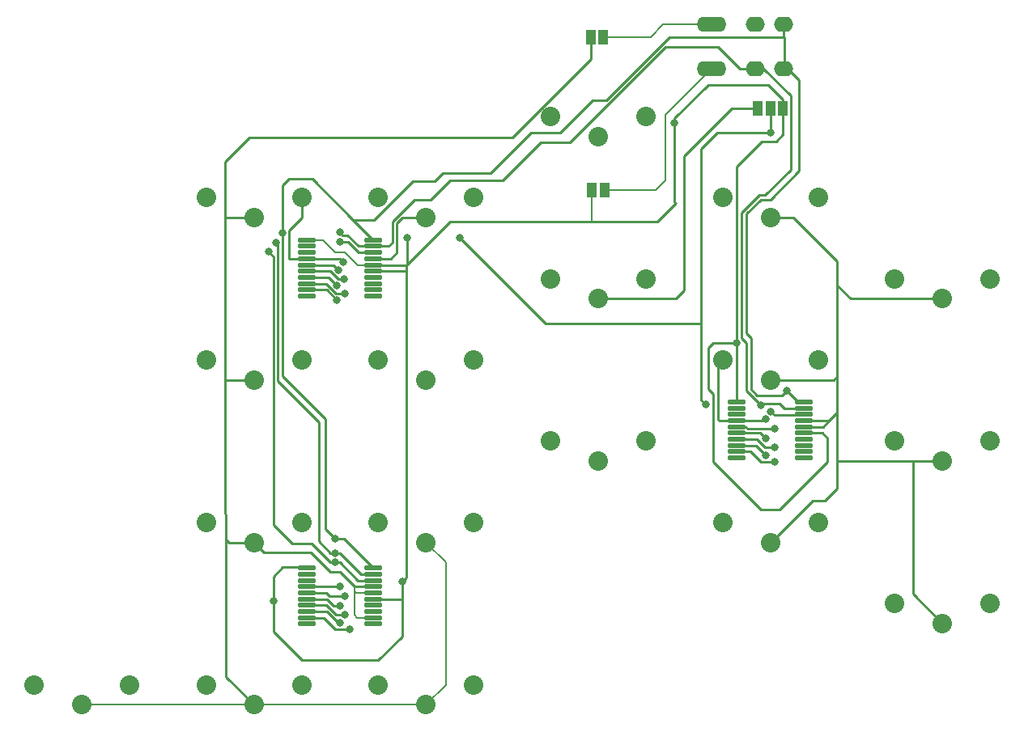
<source format=gbr>
%TF.GenerationSoftware,KiCad,Pcbnew,(6.0.4)*%
%TF.CreationDate,2022-11-15T19:41:09+00:00*%
%TF.ProjectId,pcb_v2,7063625f-7632-42e6-9b69-6361645f7063,rev?*%
%TF.SameCoordinates,Original*%
%TF.FileFunction,Copper,L2,Bot*%
%TF.FilePolarity,Positive*%
%FSLAX46Y46*%
G04 Gerber Fmt 4.6, Leading zero omitted, Abs format (unit mm)*
G04 Created by KiCad (PCBNEW (6.0.4)) date 2022-11-15 19:41:09*
%MOMM*%
%LPD*%
G01*
G04 APERTURE LIST*
G04 Aperture macros list*
%AMRoundRect*
0 Rectangle with rounded corners*
0 $1 Rounding radius*
0 $2 $3 $4 $5 $6 $7 $8 $9 X,Y pos of 4 corners*
0 Add a 4 corners polygon primitive as box body*
4,1,4,$2,$3,$4,$5,$6,$7,$8,$9,$2,$3,0*
0 Add four circle primitives for the rounded corners*
1,1,$1+$1,$2,$3*
1,1,$1+$1,$4,$5*
1,1,$1+$1,$6,$7*
1,1,$1+$1,$8,$9*
0 Add four rect primitives between the rounded corners*
20,1,$1+$1,$2,$3,$4,$5,0*
20,1,$1+$1,$4,$5,$6,$7,0*
20,1,$1+$1,$6,$7,$8,$9,0*
20,1,$1+$1,$8,$9,$2,$3,0*%
G04 Aperture macros list end*
%TA.AperFunction,ComponentPad*%
%ADD10C,2.032000*%
%TD*%
%TA.AperFunction,ComponentPad*%
%ADD11O,1.400000X1.000000*%
%TD*%
%TA.AperFunction,ComponentPad*%
%ADD12O,2.000000X1.600000*%
%TD*%
%TA.AperFunction,ComponentPad*%
%ADD13O,3.100000X1.600000*%
%TD*%
%TA.AperFunction,ComponentPad*%
%ADD14O,2.500000X1.000000*%
%TD*%
%TA.AperFunction,SMDPad,CuDef*%
%ADD15R,1.000000X1.500000*%
%TD*%
%TA.AperFunction,SMDPad,CuDef*%
%ADD16RoundRect,0.125000X0.825000X0.125000X-0.825000X0.125000X-0.825000X-0.125000X0.825000X-0.125000X0*%
%TD*%
%TA.AperFunction,ViaPad*%
%ADD17C,0.800000*%
%TD*%
%TA.AperFunction,Conductor*%
%ADD18C,0.250000*%
%TD*%
%TA.AperFunction,Conductor*%
%ADD19C,0.200000*%
%TD*%
G04 APERTURE END LIST*
D10*
%TO.P,KEY_B_4,1,A*%
%TO.N,Earth*%
X77000000Y-84400000D03*
%TO.P,KEY_B_4,2,B*%
%TO.N,Net-(KEY_B_4-Pad2)*%
X72000000Y-82300000D03*
X82000000Y-82300000D03*
%TD*%
%TO.P,KEY_B_2,1,A*%
%TO.N,Earth*%
X95000000Y-92900000D03*
%TO.P,KEY_B_2,2,B*%
%TO.N,Net-(KEY_B_2-Pad2)*%
X90000000Y-90800000D03*
X100000000Y-90800000D03*
%TD*%
%TO.P,KEY_C_1,1,A*%
%TO.N,Earth*%
X131000000Y-126900000D03*
%TO.P,KEY_C_1,2,B*%
%TO.N,Net-(KEY_C_1-Pad2)*%
X126000000Y-124800000D03*
X136000000Y-124800000D03*
%TD*%
%TO.P,KEY_A_0,1,A*%
%TO.N,Earth*%
X77000000Y-135400000D03*
%TO.P,KEY_A_0,2,B*%
%TO.N,Net-(KEY_A_0-Pad2)*%
X72000000Y-133300000D03*
X82000000Y-133300000D03*
%TD*%
%TO.P,KEY_C_3,1,A*%
%TO.N,Earth*%
X131000000Y-92900000D03*
%TO.P,KEY_C_3,2,B*%
%TO.N,Net-(KEY_C_3-Pad2)*%
X136000000Y-90800000D03*
X126000000Y-90800000D03*
%TD*%
%TO.P,KEY_C_0,1,A*%
%TO.N,Earth*%
X113000000Y-118400000D03*
%TO.P,KEY_C_0,2,B*%
%TO.N,Net-(KEY_C_0-Pad2)*%
X108000000Y-116300000D03*
X118000000Y-116300000D03*
%TD*%
%TO.P,KEY_C_2,1,A*%
%TO.N,Earth*%
X131000000Y-109900000D03*
%TO.P,KEY_C_2,2,B*%
%TO.N,Net-(KEY_C_2-Pad2)*%
X126000000Y-107800000D03*
X136000000Y-107800000D03*
%TD*%
%TO.P,KEY_A_5,1,A*%
%TO.N,Earth*%
X59000000Y-101400000D03*
%TO.P,KEY_A_5,2,B*%
%TO.N,Net-(KEY_A_5-Pad2)*%
X64000000Y-99300000D03*
X54000000Y-99300000D03*
%TD*%
%TO.P,KEY_B_1,1,A*%
%TO.N,Earth*%
X95000000Y-109900000D03*
%TO.P,KEY_B_1,2,B*%
%TO.N,Net-(KEY_B_1-Pad2)*%
X90000000Y-107800000D03*
X100000000Y-107800000D03*
%TD*%
%TO.P,KEY_C_5,1,A*%
%TO.N,Earth*%
X113000000Y-101400000D03*
%TO.P,KEY_C_5,2,B*%
%TO.N,Net-(KEY_C_5-Pad2)*%
X108000000Y-99300000D03*
X118000000Y-99300000D03*
%TD*%
D11*
%TO.P,JACK1,R1*%
%TO.N,SDA*%
X111412500Y-68800000D03*
D12*
X111412500Y-68800000D03*
X111412500Y-64200000D03*
D11*
%TO.P,JACK1,R2*%
%TO.N,SCL*%
X114412500Y-68800000D03*
D12*
X114412500Y-68800000D03*
X114412500Y-64200000D03*
D13*
%TO.P,JACK1,S*%
%TO.N,Net-(JACK1-PadS)*%
X106862500Y-64200000D03*
D14*
X106862500Y-64200000D03*
D13*
%TO.P,JACK1,T*%
%TO.N,Net-(JACK1-PadT)*%
X106862500Y-68800000D03*
D14*
X106862500Y-68800000D03*
%TD*%
D10*
%TO.P,KEY_B_0,1,A*%
%TO.N,Earth*%
X77000000Y-101400000D03*
%TO.P,KEY_B_0,2,B*%
%TO.N,Net-(KEY_B_0-Pad2)*%
X72000000Y-99300000D03*
X82000000Y-99300000D03*
%TD*%
%TO.P,KEY_A_3,1,A*%
%TO.N,Earth*%
X77000000Y-118400000D03*
%TO.P,KEY_A_3,2,B*%
%TO.N,Net-(KEY_A_3-Pad2)*%
X82000000Y-116300000D03*
X72000000Y-116300000D03*
%TD*%
%TO.P,KEY_A_1,1,A*%
%TO.N,Earth*%
X59000000Y-135400000D03*
%TO.P,KEY_A_1,2,B*%
%TO.N,Net-(KEY_A_1-Pad2)*%
X54000000Y-133300000D03*
X64000000Y-133300000D03*
%TD*%
%TO.P,KEY_A_2,1,A*%
%TO.N,Earth*%
X41000000Y-135400000D03*
%TO.P,KEY_A_2,2,B*%
%TO.N,Net-(KEY_A_2-Pad2)*%
X36000000Y-133300000D03*
X46000000Y-133300000D03*
%TD*%
%TO.P,KEY_B_5,1,A*%
%TO.N,Earth*%
X59000000Y-84400000D03*
%TO.P,KEY_B_5,2,B*%
%TO.N,Net-(KEY_B_5-Pad2)*%
X64000000Y-82300000D03*
X54000000Y-82300000D03*
%TD*%
%TO.P,KEY_B_3,1,A*%
%TO.N,Earth*%
X95000000Y-75900000D03*
%TO.P,KEY_B_3,2,B*%
%TO.N,Net-(KEY_B_3-Pad2)*%
X100000000Y-73800000D03*
X90000000Y-73800000D03*
%TD*%
%TO.P,KEY_C_4,1,A*%
%TO.N,Earth*%
X113000000Y-84400000D03*
%TO.P,KEY_C_4,2,B*%
%TO.N,Net-(KEY_C_4-Pad2)*%
X108000000Y-82300000D03*
X118000000Y-82300000D03*
%TD*%
%TO.P,KEY_A_4,1,A*%
%TO.N,Earth*%
X59000000Y-118400000D03*
%TO.P,KEY_A_4,2,B*%
%TO.N,Net-(KEY_A_4-Pad2)*%
X54000000Y-116300000D03*
X64000000Y-116300000D03*
%TD*%
D15*
%TO.P,JP_5V_BACK1,1,A*%
%TO.N,Net-(JACK1-PadT)*%
X95650000Y-81500000D03*
%TO.P,JP_5V_BACK1,2,B*%
%TO.N,+3V3*%
X94350000Y-81500000D03*
%TD*%
%TO.P,JP_SELECT2,1,A*%
%TO.N,+3V3*%
X114303179Y-73002740D03*
%TO.P,JP_SELECT2,2,C*%
%TO.N,SEL*%
X113003179Y-73002740D03*
%TO.P,JP_SELECT2,3,B*%
%TO.N,Earth*%
X111703179Y-73002740D03*
%TD*%
D16*
%TO.P,MCP_C_REV1,1,SCL*%
%TO.N,SCL*%
X116500000Y-103700000D03*
%TO.P,MCP_C_REV1,2,SDA*%
%TO.N,SDA*%
X116500000Y-104350000D03*
%TO.P,MCP_C_REV1,3,A2*%
%TO.N,SEL*%
X116500000Y-105000000D03*
%TO.P,MCP_C_REV1,4,A1*%
%TO.N,Earth*%
X116500000Y-105650000D03*
%TO.P,MCP_C_REV1,5,A0*%
X116500000Y-106300000D03*
%TO.P,MCP_C_REV1,6,~{RESET}*%
%TO.N,+3V3*%
X116500000Y-106950000D03*
%TO.P,MCP_C_REV1,7,NC*%
%TO.N,unconnected-(MCP_C_REV1-Pad7)*%
X116500000Y-107600000D03*
%TO.P,MCP_C_REV1,8,INT*%
%TO.N,unconnected-(MCP_C_REV1-Pad8)*%
X116500000Y-108250000D03*
%TO.P,MCP_C_REV1,9,VSS*%
%TO.N,unconnected-(MCP_C_REV1-Pad9)*%
X116500000Y-108900000D03*
%TO.P,MCP_C_REV1,10,NC*%
%TO.N,unconnected-(MCP_C_REV1-Pad10)*%
X116500000Y-109550000D03*
%TO.P,MCP_C_REV1,11,NC*%
%TO.N,unconnected-(MCP_C_REV1-Pad11)*%
X109500000Y-109550000D03*
%TO.P,MCP_C_REV1,12,GP0*%
%TO.N,Net-(KEY_C_0-Pad2)*%
X109500000Y-108900000D03*
%TO.P,MCP_C_REV1,13,GP1*%
%TO.N,Net-(KEY_C_1-Pad2)*%
X109500000Y-108250000D03*
%TO.P,MCP_C_REV1,14,GP2*%
%TO.N,Net-(KEY_C_2-Pad2)*%
X109500000Y-107600000D03*
%TO.P,MCP_C_REV1,15,GP3*%
%TO.N,Net-(KEY_C_3-Pad2)*%
X109500000Y-106950000D03*
%TO.P,MCP_C_REV1,16,GP4*%
%TO.N,Net-(KEY_C_4-Pad2)*%
X109500000Y-106300000D03*
%TO.P,MCP_C_REV1,17,GP5*%
%TO.N,Net-(KEY_C_5-Pad2)*%
X109500000Y-105650000D03*
%TO.P,MCP_C_REV1,18,GP6*%
%TO.N,unconnected-(MCP_C_REV1-Pad18)*%
X109500000Y-105000000D03*
%TO.P,MCP_C_REV1,19,GP7*%
%TO.N,unconnected-(MCP_C_REV1-Pad19)*%
X109500000Y-104350000D03*
%TO.P,MCP_C_REV1,20,VDD*%
%TO.N,+3V3*%
X109500000Y-103700000D03*
%TD*%
%TO.P,MCP_A_REV1,1,SCL*%
%TO.N,SCL*%
X71500000Y-121075000D03*
%TO.P,MCP_A_REV1,2,SDA*%
%TO.N,SDA*%
X71500000Y-121725000D03*
%TO.P,MCP_A_REV1,3,A2*%
%TO.N,SEL*%
X71500000Y-122375000D03*
%TO.P,MCP_A_REV1,4,A1*%
%TO.N,Earth*%
X71500000Y-123025000D03*
%TO.P,MCP_A_REV1,5,A0*%
X71500000Y-123675000D03*
%TO.P,MCP_A_REV1,6,~{RESET}*%
%TO.N,+3V3*%
X71500000Y-124325000D03*
%TO.P,MCP_A_REV1,7,NC*%
%TO.N,unconnected-(MCP_A_REV1-Pad7)*%
X71500000Y-124975000D03*
%TO.P,MCP_A_REV1,8,INT*%
%TO.N,unconnected-(MCP_A_REV1-Pad8)*%
X71500000Y-125625000D03*
%TO.P,MCP_A_REV1,9,VSS*%
%TO.N,Earth*%
X71500000Y-126275000D03*
%TO.P,MCP_A_REV1,10,NC*%
%TO.N,unconnected-(MCP_A_REV1-Pad10)*%
X71500000Y-126925000D03*
%TO.P,MCP_A_REV1,11,NC*%
%TO.N,unconnected-(MCP_A_REV1-Pad11)*%
X64500000Y-126925000D03*
%TO.P,MCP_A_REV1,12,GP0*%
%TO.N,Net-(KEY_A_0-Pad2)*%
X64500000Y-126275000D03*
%TO.P,MCP_A_REV1,13,GP1*%
%TO.N,Net-(KEY_A_1-Pad2)*%
X64500000Y-125625000D03*
%TO.P,MCP_A_REV1,14,GP2*%
%TO.N,Net-(KEY_A_2-Pad2)*%
X64500000Y-124975000D03*
%TO.P,MCP_A_REV1,15,GP3*%
%TO.N,Net-(KEY_A_3-Pad2)*%
X64500000Y-124325000D03*
%TO.P,MCP_A_REV1,16,GP4*%
%TO.N,Net-(KEY_A_4-Pad2)*%
X64500000Y-123675000D03*
%TO.P,MCP_A_REV1,17,GP5*%
%TO.N,Net-(KEY_A_5-Pad2)*%
X64500000Y-123025000D03*
%TO.P,MCP_A_REV1,18,GP6*%
%TO.N,unconnected-(MCP_A_REV1-Pad18)*%
X64500000Y-122375000D03*
%TO.P,MCP_A_REV1,19,GP7*%
%TO.N,unconnected-(MCP_A_REV1-Pad19)*%
X64500000Y-121725000D03*
%TO.P,MCP_A_REV1,20,VDD*%
%TO.N,+3V3*%
X64500000Y-121075000D03*
%TD*%
D15*
%TO.P,JP_GND_BACK1,1,A*%
%TO.N,Net-(JACK1-PadS)*%
X95500000Y-65500000D03*
%TO.P,JP_GND_BACK1,2,B*%
%TO.N,Earth*%
X94200000Y-65500000D03*
%TD*%
D16*
%TO.P,MCP_B_REV1,1,SCL*%
%TO.N,SCL*%
X71501818Y-86748515D03*
%TO.P,MCP_B_REV1,2,SDA*%
%TO.N,SDA*%
X71501818Y-87398515D03*
%TO.P,MCP_B_REV1,3,A2*%
%TO.N,SEL*%
X71501818Y-88048515D03*
%TO.P,MCP_B_REV1,4,A1*%
%TO.N,Earth*%
X71501818Y-88698515D03*
%TO.P,MCP_B_REV1,5,A0*%
%TO.N,+3V3*%
X71501818Y-89348515D03*
%TO.P,MCP_B_REV1,6,~{RESET}*%
X71501818Y-89998515D03*
%TO.P,MCP_B_REV1,7,NC*%
%TO.N,unconnected-(MCP_B_REV1-Pad7)*%
X71501818Y-90648515D03*
%TO.P,MCP_B_REV1,8,INT*%
%TO.N,unconnected-(MCP_B_REV1-Pad8)*%
X71501818Y-91298515D03*
%TO.P,MCP_B_REV1,9,VSS*%
%TO.N,unconnected-(MCP_B_REV1-Pad9)*%
X71501818Y-91948515D03*
%TO.P,MCP_B_REV1,10,NC*%
%TO.N,unconnected-(MCP_B_REV1-Pad10)*%
X71501818Y-92598515D03*
%TO.P,MCP_B_REV1,11,NC*%
%TO.N,unconnected-(MCP_B_REV1-Pad11)*%
X64501818Y-92598515D03*
%TO.P,MCP_B_REV1,12,GP0*%
%TO.N,Net-(KEY_B_0-Pad2)*%
X64501818Y-91948515D03*
%TO.P,MCP_B_REV1,13,GP1*%
%TO.N,Net-(KEY_B_1-Pad2)*%
X64501818Y-91298515D03*
%TO.P,MCP_B_REV1,14,GP2*%
%TO.N,Net-(KEY_B_2-Pad2)*%
X64501818Y-90648515D03*
%TO.P,MCP_B_REV1,15,GP3*%
%TO.N,Net-(KEY_B_3-Pad2)*%
X64501818Y-89998515D03*
%TO.P,MCP_B_REV1,16,GP4*%
%TO.N,Net-(KEY_B_4-Pad2)*%
X64501818Y-89348515D03*
%TO.P,MCP_B_REV1,17,GP5*%
%TO.N,Net-(KEY_B_5-Pad2)*%
X64501818Y-88698515D03*
%TO.P,MCP_B_REV1,18,GP6*%
%TO.N,unconnected-(MCP_B_REV1-Pad18)*%
X64501818Y-88048515D03*
%TO.P,MCP_B_REV1,19,GP7*%
%TO.N,unconnected-(MCP_B_REV1-Pad19)*%
X64501818Y-87398515D03*
%TO.P,MCP_B_REV1,20,VDD*%
%TO.N,+3V3*%
X64501818Y-86748515D03*
%TD*%
D17*
%TO.N,Net-(KEY_A_0-Pad2)*%
X68995142Y-127500000D03*
%TO.N,Net-(KEY_A_1-Pad2)*%
X68000000Y-126825500D03*
%TO.N,Net-(KEY_A_2-Pad2)*%
X68500000Y-126000000D03*
%TO.N,Net-(KEY_A_3-Pad2)*%
X68000000Y-125000000D03*
%TO.N,Net-(KEY_A_4-Pad2)*%
X68500000Y-124000000D03*
%TO.N,Net-(KEY_A_5-Pad2)*%
X68000000Y-123000000D03*
%TO.N,Net-(KEY_B_0-Pad2)*%
X67674500Y-93000000D03*
%TO.N,Net-(KEY_B_1-Pad2)*%
X68500000Y-92325500D03*
%TO.N,Net-(KEY_B_2-Pad2)*%
X67674500Y-91478273D03*
%TO.N,Net-(KEY_B_3-Pad2)*%
X68403303Y-90803773D03*
%TO.N,Net-(KEY_B_4-Pad2)*%
X67813707Y-89859819D03*
%TO.N,Net-(KEY_B_5-Pad2)*%
X68344618Y-89072616D03*
%TO.N,Net-(KEY_C_0-Pad2)*%
X113500000Y-110000000D03*
%TO.N,Net-(KEY_C_1-Pad2)*%
X112512295Y-109275500D03*
%TO.N,Net-(KEY_C_2-Pad2)*%
X113419842Y-108419842D03*
%TO.N,Net-(KEY_C_3-Pad2)*%
X112512299Y-107487701D03*
%TO.N,Net-(KEY_C_4-Pad2)*%
X113500000Y-106500000D03*
%TO.N,Net-(KEY_C_5-Pad2)*%
X112500000Y-105500000D03*
%TO.N,SCL*%
X114724500Y-102500000D03*
X62000000Y-86000000D03*
X67500000Y-118000000D03*
%TO.N,SDA*%
X112000000Y-104000000D03*
X61325500Y-87000000D03*
X67500000Y-119500000D03*
X68000000Y-85953288D03*
%TO.N,SEL*%
X106224500Y-103987701D03*
X113000000Y-75500000D03*
X113077069Y-104683914D03*
X68000000Y-86952791D03*
X60500000Y-87975500D03*
X67500000Y-120500000D03*
X80500000Y-86500000D03*
%TO.N,+3V3*%
X74987701Y-86512299D03*
X74500000Y-122500000D03*
X61012299Y-124487701D03*
X103000000Y-74500000D03*
X109500000Y-97500000D03*
%TD*%
D18*
%TO.N,Net-(KEY_A_0-Pad2)*%
X68995142Y-127500000D02*
X67500000Y-127500000D01*
X66275000Y-126275000D02*
X64500000Y-126275000D01*
X67500000Y-127500000D02*
X66275000Y-126275000D01*
%TO.N,Earth*%
X119150000Y-105650000D02*
X116500000Y-105650000D01*
X131000000Y-126900000D02*
X127900000Y-123800000D01*
X59000000Y-84400000D02*
X56100000Y-84400000D01*
X119600000Y-101400000D02*
X113000000Y-101400000D01*
X67000000Y-121500000D02*
X64915999Y-119415999D01*
X73301485Y-88698515D02*
X73949520Y-88050480D01*
X56050000Y-115450000D02*
X56050000Y-118050000D01*
X103100000Y-92900000D02*
X95000000Y-92900000D01*
X58545677Y-76000000D02*
X86000000Y-76000000D01*
X71501818Y-88698515D02*
X73301485Y-88698515D01*
X117400000Y-114000000D02*
X113000000Y-118400000D01*
X127900000Y-123800000D02*
X127900000Y-109900000D01*
X94200000Y-67800000D02*
X94200000Y-65500000D01*
X104000000Y-78000000D02*
X104000000Y-92000000D01*
D19*
X69500000Y-126000000D02*
X69500000Y-123500000D01*
D18*
X56000000Y-101500000D02*
X56000000Y-84500000D01*
X111700000Y-73000000D02*
X109000000Y-73000000D01*
X88709489Y-73290511D02*
X88709489Y-73265452D01*
X56000000Y-78545677D02*
X58545677Y-76000000D01*
X69525000Y-123025000D02*
X71500000Y-123025000D01*
D19*
X59000000Y-135400000D02*
X77000000Y-135400000D01*
D18*
X56050000Y-118050000D02*
X56050000Y-132450000D01*
X109000000Y-73000000D02*
X104000000Y-78000000D01*
X64915999Y-119415999D02*
X60015999Y-119415999D01*
X73949520Y-85000480D02*
X74550000Y-84400000D01*
X56100000Y-101400000D02*
X56000000Y-101500000D01*
X86000000Y-76000000D02*
X88709489Y-73290511D01*
X127900000Y-109900000D02*
X130500000Y-109900000D01*
X120000000Y-110000000D02*
X120100000Y-109900000D01*
X104000000Y-92000000D02*
X103100000Y-92900000D01*
X56000000Y-115400000D02*
X56050000Y-115450000D01*
X120000000Y-91500000D02*
X120000000Y-89000000D01*
X56050000Y-132450000D02*
X59000000Y-135400000D01*
D19*
X77000000Y-135400000D02*
X79064021Y-133335979D01*
D18*
X60015999Y-119415999D02*
X59000000Y-118400000D01*
D19*
X79064021Y-120464021D02*
X77000000Y-118400000D01*
D18*
X56100000Y-84400000D02*
X56000000Y-84500000D01*
X59000000Y-101400000D02*
X56100000Y-101400000D01*
D19*
X69775000Y-126275000D02*
X69500000Y-126000000D01*
D18*
X115400000Y-84400000D02*
X113000000Y-84400000D01*
X89465452Y-72509489D02*
X89490511Y-72509489D01*
X118733008Y-114000000D02*
X117400000Y-114000000D01*
X118500000Y-106300000D02*
X119150000Y-105650000D01*
D19*
X41000000Y-135400000D02*
X59000000Y-135400000D01*
D18*
X120000000Y-89000000D02*
X115400000Y-84400000D01*
X73949520Y-88050480D02*
X73949520Y-85000480D01*
X56400000Y-118400000D02*
X56050000Y-118050000D01*
X121400000Y-92900000D02*
X131000000Y-92900000D01*
X56000000Y-84500000D02*
X56000000Y-78545677D01*
X68000000Y-121500000D02*
X67000000Y-121500000D01*
D19*
X71500000Y-126275000D02*
X69775000Y-126275000D01*
D18*
X69500000Y-123000000D02*
X69525000Y-123025000D01*
D19*
X79064021Y-133335979D02*
X79064021Y-120464021D01*
D18*
X116500000Y-106300000D02*
X118500000Y-106300000D01*
X89490511Y-72509489D02*
X94200000Y-67800000D01*
X120000000Y-110000000D02*
X120000000Y-112733008D01*
X88709489Y-73265452D02*
X89465452Y-72509489D01*
D19*
X71500000Y-123675000D02*
X69675000Y-123675000D01*
D18*
X120000000Y-101000000D02*
X120000000Y-104800000D01*
X69500000Y-123000000D02*
X68000000Y-121500000D01*
D19*
X69675000Y-123675000D02*
X69500000Y-123500000D01*
D18*
X120000000Y-104800000D02*
X119150000Y-105650000D01*
X120000000Y-104800000D02*
X120000000Y-110000000D01*
D19*
X69500000Y-123500000D02*
X69500000Y-123000000D01*
D18*
X120000000Y-91500000D02*
X121400000Y-92900000D01*
X120000000Y-101000000D02*
X119600000Y-101400000D01*
X59000000Y-118400000D02*
X56400000Y-118400000D01*
X120000000Y-91500000D02*
X120000000Y-101000000D01*
X56000000Y-101500000D02*
X56000000Y-115400000D01*
X120000000Y-112733008D02*
X118733008Y-114000000D01*
X74550000Y-84400000D02*
X77000000Y-84400000D01*
X120100000Y-109900000D02*
X127900000Y-109900000D01*
%TO.N,Net-(KEY_A_1-Pad2)*%
X66625000Y-125625000D02*
X64500000Y-125625000D01*
X67825500Y-126825500D02*
X66625000Y-125625000D01*
X68000000Y-126825500D02*
X67825500Y-126825500D01*
%TO.N,Net-(KEY_A_2-Pad2)*%
X68500000Y-126000000D02*
X67565006Y-126000000D01*
X67565006Y-126000000D02*
X66540006Y-124975000D01*
X66540006Y-124975000D02*
X64500000Y-124975000D01*
%TO.N,Net-(KEY_A_3-Pad2)*%
X67350000Y-125000000D02*
X66675000Y-124325000D01*
X68000000Y-125000000D02*
X67350000Y-125000000D01*
X66675000Y-124325000D02*
X64500000Y-124325000D01*
%TO.N,Net-(KEY_A_4-Pad2)*%
X66915006Y-124000000D02*
X66590006Y-123675000D01*
X66590006Y-123675000D02*
X64500000Y-123675000D01*
X68500000Y-124000000D02*
X66915006Y-124000000D01*
%TO.N,Net-(KEY_A_5-Pad2)*%
X67975000Y-123025000D02*
X64500000Y-123025000D01*
X68000000Y-123000000D02*
X67975000Y-123025000D01*
%TO.N,Net-(KEY_B_0-Pad2)*%
X67674500Y-93000000D02*
X66623015Y-91948515D01*
X66623015Y-91948515D02*
X64501818Y-91948515D01*
%TO.N,Net-(KEY_B_1-Pad2)*%
X68500000Y-92325500D02*
X67565006Y-92325500D01*
X66538021Y-91298515D02*
X64501818Y-91298515D01*
X67565006Y-92325500D02*
X66538021Y-91298515D01*
%TO.N,Net-(KEY_B_2-Pad2)*%
X66844742Y-90648515D02*
X64501818Y-90648515D01*
X67674500Y-91478273D02*
X66844742Y-90648515D01*
%TO.N,Net-(KEY_B_3-Pad2)*%
X68403303Y-90803773D02*
X67803773Y-90803773D01*
X67803773Y-90803773D02*
X66998515Y-89998515D01*
X66998515Y-89998515D02*
X64501818Y-89998515D01*
%TO.N,Net-(KEY_B_4-Pad2)*%
X67302403Y-89348515D02*
X64501818Y-89348515D01*
X67813707Y-89859819D02*
X67302403Y-89348515D01*
%TO.N,Net-(KEY_B_5-Pad2)*%
X62698515Y-88698515D02*
X64501818Y-88698515D01*
X62674511Y-88674511D02*
X62698515Y-88698515D01*
X68344618Y-89072616D02*
X67970517Y-88698515D01*
X64000000Y-84395118D02*
X62674511Y-85720607D01*
X62674511Y-85720607D02*
X62674511Y-88674511D01*
X67970517Y-88698515D02*
X64501818Y-88698515D01*
X64000000Y-82300000D02*
X64000000Y-84395118D01*
%TO.N,Net-(KEY_C_0-Pad2)*%
X113500000Y-110000000D02*
X111999992Y-110000000D01*
X111999992Y-110000000D02*
X110899992Y-108900000D01*
X110899992Y-108900000D02*
X109500000Y-108900000D01*
%TO.N,Net-(KEY_C_1-Pad2)*%
X112512295Y-109275500D02*
X111486795Y-108250000D01*
X111486795Y-108250000D02*
X109500000Y-108250000D01*
%TO.N,Net-(KEY_C_2-Pad2)*%
X111600000Y-107600000D02*
X109500000Y-107600000D01*
X113419842Y-108419842D02*
X112419842Y-108419842D01*
X112419842Y-108419842D02*
X111600000Y-107600000D01*
%TO.N,Net-(KEY_C_3-Pad2)*%
X111974598Y-106950000D02*
X109500000Y-106950000D01*
X112512299Y-107487701D02*
X111974598Y-106950000D01*
%TO.N,Net-(KEY_C_4-Pad2)*%
X113500000Y-106500000D02*
X110635717Y-106500000D01*
X110635717Y-106500000D02*
X110435717Y-106300000D01*
X110435717Y-106300000D02*
X109500000Y-106300000D01*
%TO.N,Net-(KEY_C_5-Pad2)*%
X108000000Y-99300000D02*
X107500000Y-99800000D01*
X112500000Y-105500000D02*
X112427183Y-105500000D01*
X112277183Y-105650000D02*
X109500000Y-105650000D01*
X107500000Y-105500000D02*
X107650000Y-105650000D01*
X107500000Y-99800000D02*
X107500000Y-105500000D01*
X107650000Y-105650000D02*
X109500000Y-105650000D01*
X112427183Y-105500000D02*
X112277183Y-105650000D01*
%TO.N,SCL*%
X94410979Y-72089021D02*
X91000000Y-75500000D01*
X67500000Y-118000000D02*
X68425000Y-118000000D01*
X114724500Y-102500000D02*
X115924500Y-103700000D01*
X110500000Y-84000000D02*
X112000000Y-82500000D01*
X111000000Y-97000000D02*
X110500000Y-96500000D01*
X102454323Y-65500000D02*
X95865302Y-72089021D01*
X83774579Y-79725421D02*
X78728902Y-79725421D01*
X91000000Y-75500000D02*
X88000000Y-75500000D01*
X66500000Y-105500000D02*
X62000000Y-101000000D01*
X65093814Y-80340511D02*
X69376651Y-84623349D01*
X114500000Y-68325000D02*
X114500000Y-65500000D01*
X112000000Y-82500000D02*
X113000000Y-82500000D01*
X114412500Y-68800000D02*
X114412500Y-68412500D01*
X71572421Y-84623349D02*
X69376651Y-84623349D01*
X113000000Y-82500000D02*
X116000000Y-79500000D01*
X77865302Y-80589021D02*
X75606749Y-80589021D01*
X111635718Y-103000000D02*
X111000000Y-102364282D01*
X114800000Y-68800000D02*
X114412500Y-68800000D01*
X114724500Y-102500000D02*
X114224500Y-103000000D01*
X62000000Y-101000000D02*
X62000000Y-81000000D01*
X67500000Y-118000000D02*
X66500000Y-117000000D01*
X62659489Y-80340511D02*
X65093814Y-80340511D01*
X114500000Y-65500000D02*
X102454323Y-65500000D01*
X116000000Y-79500000D02*
X116000000Y-70000000D01*
X71501818Y-86748515D02*
X69376651Y-84623349D01*
X68425000Y-118000000D02*
X71500000Y-121075000D01*
X111000000Y-102364282D02*
X111000000Y-97000000D01*
X95865302Y-72089021D02*
X94410979Y-72089021D01*
X88000000Y-75500000D02*
X83774579Y-79725421D01*
X62000000Y-81000000D02*
X62659489Y-80340511D01*
X116000000Y-70000000D02*
X114800000Y-68800000D01*
X66500000Y-117000000D02*
X66500000Y-105500000D01*
X114224500Y-103000000D02*
X111635718Y-103000000D01*
X115924500Y-103700000D02*
X116500000Y-103700000D01*
X114412500Y-68412500D02*
X114500000Y-68325000D01*
X114500000Y-65500000D02*
X114412500Y-65412500D01*
X78728902Y-79725421D02*
X77865302Y-80589021D01*
X114412500Y-65412500D02*
X114412500Y-64200000D01*
X75606749Y-80589021D02*
X71572421Y-84623349D01*
X110500000Y-96500000D02*
X110500000Y-84000000D01*
%TO.N,SDA*%
X110500000Y-102500000D02*
X112000000Y-104000000D01*
X112300000Y-68800000D02*
X115124511Y-71624511D01*
X77500000Y-82500000D02*
X79500000Y-80500000D01*
X61325500Y-87000000D02*
X61500000Y-87174500D01*
X112000000Y-104000000D02*
X112135718Y-103864282D01*
X67500000Y-119500000D02*
X68000000Y-119500000D01*
X73500000Y-87000000D02*
X73500000Y-84814282D01*
X89000000Y-76500000D02*
X92019329Y-76500000D01*
X112449520Y-82050480D02*
X111813802Y-82050480D01*
X68000000Y-119500000D02*
X70225000Y-121725000D01*
X114000000Y-103864282D02*
X114485718Y-104350000D01*
X65775489Y-105775489D02*
X65775489Y-118300103D01*
X66975386Y-119500000D02*
X67500000Y-119500000D01*
X71501818Y-87398515D02*
X73101485Y-87398515D01*
X102019329Y-66500000D02*
X107500000Y-66500000D01*
X68728279Y-86228280D02*
X69898515Y-87398515D01*
X73500000Y-84814282D02*
X75814282Y-82500000D01*
X110500000Y-97475386D02*
X110500000Y-102500000D01*
X115124511Y-71624511D02*
X115124511Y-79375489D01*
X65775489Y-118300103D02*
X66975386Y-119500000D01*
X70225000Y-121725000D02*
X71500000Y-121725000D01*
X107500000Y-66500000D02*
X109800000Y-68800000D01*
X92019329Y-76500000D02*
X102019329Y-66500000D01*
X114485718Y-104350000D02*
X116500000Y-104350000D01*
X69898515Y-87398515D02*
X71501818Y-87398515D01*
X111813802Y-82050480D02*
X110000000Y-83864282D01*
X73101485Y-87398515D02*
X73500000Y-87000000D01*
X111412500Y-68800000D02*
X112300000Y-68800000D01*
X75814282Y-82500000D02*
X77500000Y-82500000D01*
X85000000Y-80500000D02*
X89000000Y-76500000D01*
X115124511Y-79375489D02*
X112449520Y-82050480D01*
X110000000Y-83864282D02*
X110000000Y-96975386D01*
X68274992Y-86228280D02*
X68728279Y-86228280D01*
X79500000Y-80500000D02*
X85000000Y-80500000D01*
X109800000Y-68800000D02*
X111412500Y-68800000D01*
X61500000Y-101500000D02*
X65775489Y-105775489D01*
X61500000Y-87174500D02*
X61500000Y-101500000D01*
X112135718Y-103864282D02*
X114000000Y-103864282D01*
X110000000Y-96975386D02*
X110500000Y-97475386D01*
X68000000Y-85953288D02*
X68274992Y-86228280D01*
%TO.N,SEL*%
X61089021Y-88564521D02*
X61089021Y-116589021D01*
X89500000Y-95500000D02*
X105733008Y-95500000D01*
X67000000Y-120500000D02*
X67500000Y-120500000D01*
X105733008Y-95500000D02*
X105733008Y-77233008D01*
X63000000Y-118500000D02*
X65000000Y-118500000D01*
X68000000Y-120500000D02*
X69875000Y-122375000D01*
X113000000Y-75500000D02*
X107466016Y-75500000D01*
X113468635Y-105075480D02*
X115575480Y-105075480D01*
X61089021Y-116589021D02*
X63000000Y-118500000D01*
X69875000Y-122375000D02*
X71500000Y-122375000D01*
X113000000Y-75500000D02*
X113000000Y-73000000D01*
X68000000Y-86952791D02*
X68817073Y-86952791D01*
X65000000Y-118500000D02*
X67000000Y-120500000D01*
X107466016Y-75500000D02*
X105733008Y-77233008D01*
X105733008Y-103496209D02*
X105733008Y-77233008D01*
X67839684Y-120500000D02*
X68000000Y-120500000D01*
X80500000Y-86500000D02*
X89500000Y-95500000D01*
X113077069Y-104683914D02*
X113468635Y-105075480D01*
X68817073Y-86952791D02*
X69912797Y-88048515D01*
X106224500Y-103987701D02*
X105733008Y-103496209D01*
X69912797Y-88048515D02*
X71501818Y-88048515D01*
X60500000Y-87975500D02*
X61089021Y-88564521D01*
%TO.N,+3V3*%
X114000000Y-115000000D02*
X119000000Y-110000000D01*
X114300000Y-72000000D02*
X112800000Y-70500000D01*
X74500000Y-122500000D02*
X74910979Y-122089021D01*
X118450000Y-106950000D02*
X116500000Y-106950000D01*
X72007587Y-130725421D02*
X74500000Y-128233008D01*
X62000000Y-121000000D02*
X61012299Y-121987701D01*
X113589021Y-76410979D02*
X114300000Y-75700000D01*
X74910979Y-89910979D02*
X74910979Y-89410979D01*
X112800000Y-70500000D02*
X106500000Y-70500000D01*
X74500000Y-122500000D02*
X74500000Y-124150000D01*
X64425000Y-121000000D02*
X62000000Y-121000000D01*
X61012299Y-124487701D02*
X61012299Y-127745307D01*
X106500000Y-102369293D02*
X107000000Y-102869293D01*
X119000000Y-107500000D02*
X118450000Y-106950000D01*
D19*
X68500000Y-88000000D02*
X69848515Y-89348515D01*
D18*
X74910979Y-89410979D02*
X74987701Y-89334257D01*
X71500000Y-124325000D02*
X74500000Y-124325000D01*
X61012299Y-127745307D02*
X63992413Y-130725421D01*
D19*
X67500000Y-88000000D02*
X68500000Y-88000000D01*
D18*
X94321958Y-84821958D02*
X79500000Y-84821958D01*
D19*
X94350000Y-84793916D02*
X94321958Y-84821958D01*
D18*
X71501818Y-89998515D02*
X74823443Y-89998515D01*
D19*
X94350000Y-81500000D02*
X94350000Y-84793916D01*
D18*
X112000000Y-115000000D02*
X114000000Y-115000000D01*
X107000000Y-97500000D02*
X106500000Y-98000000D01*
X64500000Y-121075000D02*
X64425000Y-121000000D01*
X101178042Y-84821958D02*
X94321958Y-84821958D01*
X109500000Y-97500000D02*
X107000000Y-97500000D01*
X79500000Y-84821958D02*
X74910979Y-89410979D01*
X114300000Y-75700000D02*
X114300000Y-72000000D01*
X119000000Y-110000000D02*
X119000000Y-107500000D01*
X107000000Y-110000000D02*
X112000000Y-115000000D01*
X63992413Y-130725421D02*
X72007587Y-130725421D01*
D19*
X64501818Y-86748515D02*
X66248515Y-86748515D01*
D18*
X74848515Y-89348515D02*
X74910979Y-89410979D01*
X106500000Y-98000000D02*
X106500000Y-102369293D01*
X71501818Y-89348515D02*
X74848515Y-89348515D01*
X74910979Y-122089021D02*
X74910979Y-94089021D01*
X74910979Y-94089021D02*
X74910979Y-89910979D01*
X107000000Y-102869293D02*
X107000000Y-110000000D01*
D19*
X69848515Y-89348515D02*
X71501818Y-89348515D01*
D18*
X74500000Y-128233008D02*
X74500000Y-124150000D01*
X61012299Y-121987701D02*
X61012299Y-124487701D01*
X109500000Y-103700000D02*
X109500000Y-79045677D01*
X103000000Y-74000000D02*
X103000000Y-74500000D01*
X74823443Y-89998515D02*
X74910979Y-89910979D01*
X103000000Y-82799040D02*
X103000000Y-74500000D01*
X109500000Y-97500000D02*
X109500000Y-98500000D01*
X103100480Y-82899520D02*
X103000000Y-82799040D01*
D19*
X66248515Y-86748515D02*
X67500000Y-88000000D01*
D18*
X106500000Y-70500000D02*
X103000000Y-74000000D01*
X109500000Y-79045677D02*
X112134698Y-76410979D01*
X112134698Y-76410979D02*
X113589021Y-76410979D01*
X103100480Y-82899520D02*
X101178042Y-84821958D01*
X74987701Y-89334257D02*
X74987701Y-86512299D01*
D19*
%TO.N,Net-(JACK1-PadS)*%
X101800000Y-64200000D02*
X100500000Y-65500000D01*
X100500000Y-65500000D02*
X95500000Y-65500000D01*
X106862500Y-64200000D02*
X101800000Y-64200000D01*
%TO.N,Net-(JACK1-PadT)*%
X101000000Y-81500000D02*
X95650000Y-81500000D01*
X102000000Y-73662500D02*
X102000000Y-80500000D01*
X102000000Y-80500000D02*
X101000000Y-81500000D01*
X106862500Y-68800000D02*
X102000000Y-73662500D01*
%TD*%
M02*

</source>
